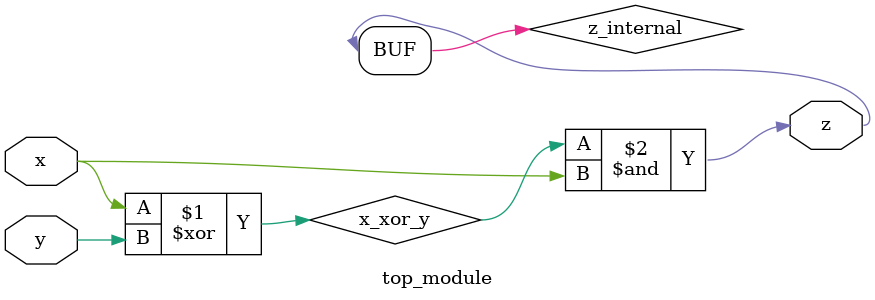
<source format=sv>
module top_module(
    input x,
    input y,
    output z);

    // Internal wire to store the result of (x^y) operation
    wire x_xor_y;
    
    // Internal wire to store the result of ((x^y) & x) operation
    wire z_internal;
    
    // XOR gate to perform x^y operation
    xor gate_xor (x_xor_y, x, y);
    
    // AND gate to perform (x^y) & x operation
    and gate_and (z_internal, x_xor_y, x);
    
    // Assign the value of z_internal to the output z
    assign z = z_internal;

endmodule

</source>
